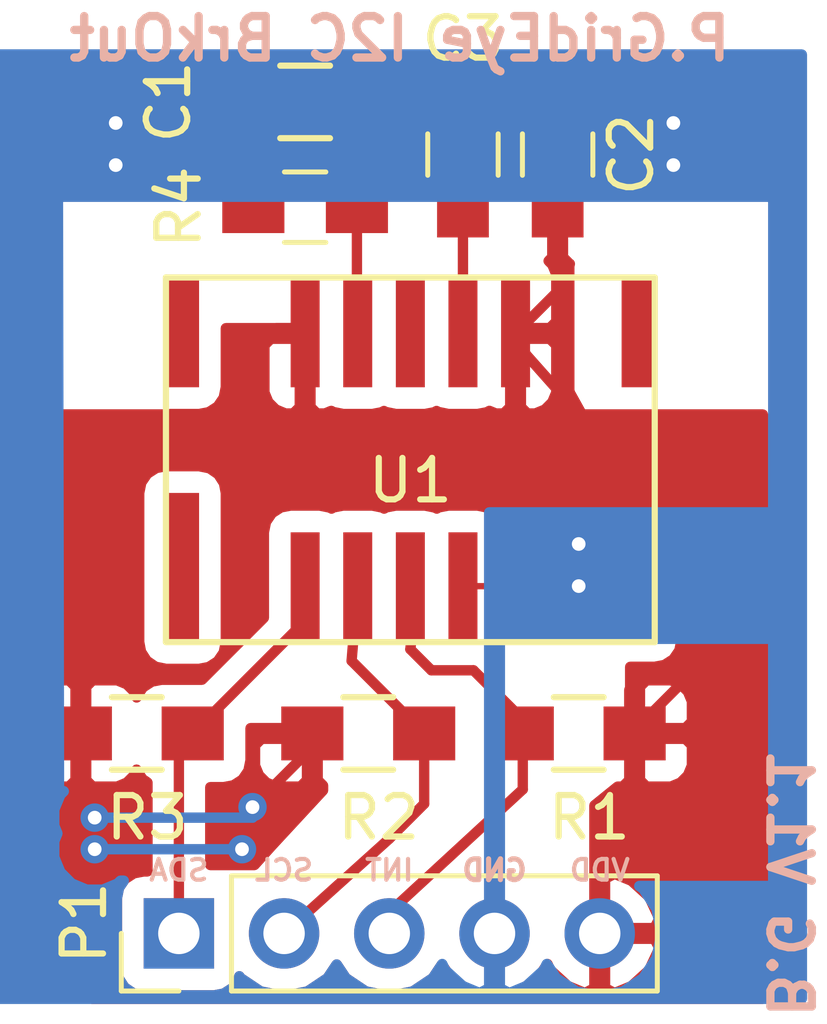
<source format=kicad_pcb>
(kicad_pcb (version 4) (host pcbnew 4.0.5)

  (general
    (links 20)
    (no_connects 0)
    (area 142.164999 98.984999 163.143001 127.159733)
    (thickness 1.6)
    (drawings 12)
    (tracks 67)
    (zones 0)
    (modules 9)
    (nets 9)
  )

  (page A4)
  (layers
    (0 F.Cu signal)
    (31 B.Cu signal hide)
    (34 B.Paste user hide)
    (35 F.Paste user hide)
    (36 B.SilkS user)
    (37 F.SilkS user hide)
    (38 B.Mask user hide)
    (39 F.Mask user hide)
    (44 Edge.Cuts user hide)
  )

  (setup
    (last_trace_width 0.1524)
    (trace_clearance 0.1524)
    (zone_clearance 0.508)
    (zone_45_only no)
    (trace_min 0.1524)
    (segment_width 0.2)
    (edge_width 0.15)
    (via_size 0.6858)
    (via_drill 0.3302)
    (via_min_size 0.6858)
    (via_min_drill 0.3302)
    (uvia_size 0.762)
    (uvia_drill 0.508)
    (uvias_allowed no)
    (uvia_min_size 0)
    (uvia_min_drill 0)
    (pcb_text_width 0.3)
    (pcb_text_size 1.5 1.5)
    (mod_edge_width 0.15)
    (mod_text_size 1 1)
    (mod_text_width 0.15)
    (pad_size 1.524 1.524)
    (pad_drill 0.762)
    (pad_to_mask_clearance 0.2)
    (aux_axis_origin 161.544 104.521)
    (visible_elements 7FFCD219)
    (pcbplotparams
      (layerselection 0x00030_80000001)
      (usegerberextensions false)
      (excludeedgelayer true)
      (linewidth 0.100000)
      (plotframeref false)
      (viasonmask false)
      (mode 1)
      (useauxorigin false)
      (hpglpennumber 1)
      (hpglpenspeed 20)
      (hpglpendiameter 15)
      (hpglpenoverlay 2)
      (psnegative false)
      (psa4output false)
      (plotreference true)
      (plotvalue true)
      (plotinvisibletext false)
      (padsonsilk false)
      (subtractmaskfromsilk false)
      (outputformat 1)
      (mirror false)
      (drillshape 1)
      (scaleselection 1)
      (outputdirectory ""))
  )

  (net 0 "")
  (net 1 "Net-(C1-Pad1)")
  (net 2 GND)
  (net 3 "Net-(C2-Pad1)")
  (net 4 "Net-(C2-Pad2)")
  (net 5 VDD)
  (net 6 INT)
  (net 7 SCL)
  (net 8 SDA)

  (net_class Default "This is the default net class."
    (clearance 0.1524)
    (trace_width 0.1524)
    (via_dia 0.6858)
    (via_drill 0.3302)
    (uvia_dia 0.762)
    (uvia_drill 0.508)
    (add_net GND)
    (add_net INT)
    (add_net "Net-(C1-Pad1)")
    (add_net "Net-(C2-Pad1)")
    (add_net "Net-(C2-Pad2)")
    (add_net SCL)
    (add_net SDA)
    (add_net VDD)
  )

  (net_class OSH_PARK ""
    (clearance 0.1524)
    (trace_width 0.1524)
    (via_dia 0.6858)
    (via_drill 0.3302)
    (uvia_dia 0.762)
    (uvia_drill 0.508)
  )

  (module Capacitors_SMD:C_0805_HandSoldering (layer F.Cu) (tedit 5894136C) (tstamp 58917450)
    (at 150.368 104.648 180)
    (descr "Capacitor SMD 0805, hand soldering")
    (tags "capacitor 0805")
    (path /588EBF47)
    (attr smd)
    (fp_text reference C1 (at 3.302 2.54 450) (layer F.SilkS)
      (effects (font (size 1 1) (thickness 0.15)))
    )
    (fp_text value 1.5uF (at 0 2.1 180) (layer F.Fab)
      (effects (font (size 1 1) (thickness 0.15)))
    )
    (fp_line (start -1 0.625) (end -1 -0.625) (layer F.Fab) (width 0.1))
    (fp_line (start 1 0.625) (end -1 0.625) (layer F.Fab) (width 0.1))
    (fp_line (start 1 -0.625) (end 1 0.625) (layer F.Fab) (width 0.1))
    (fp_line (start -1 -0.625) (end 1 -0.625) (layer F.Fab) (width 0.1))
    (fp_line (start -2.3 -1) (end 2.3 -1) (layer F.CrtYd) (width 0.05))
    (fp_line (start -2.3 1) (end 2.3 1) (layer F.CrtYd) (width 0.05))
    (fp_line (start -2.3 -1) (end -2.3 1) (layer F.CrtYd) (width 0.05))
    (fp_line (start 2.3 -1) (end 2.3 1) (layer F.CrtYd) (width 0.05))
    (fp_line (start 0.5 -0.85) (end -0.5 -0.85) (layer F.SilkS) (width 0.12))
    (fp_line (start -0.5 0.85) (end 0.5 0.85) (layer F.SilkS) (width 0.12))
    (pad 1 smd rect (at -1.25 0 180) (size 1.5 1.25) (layers F.Cu F.Paste F.Mask)
      (net 1 "Net-(C1-Pad1)"))
    (pad 2 smd rect (at 1.25 0 180) (size 1.5 1.25) (layers F.Cu F.Paste F.Mask)
      (net 2 GND))
    (model Capacitors_SMD.3dshapes/C_0805_HandSoldering.wrl
      (at (xyz 0 0 0))
      (scale (xyz 1 1 1))
      (rotate (xyz 0 0 0))
    )
  )

  (module Capacitors_SMD:C_0805_HandSoldering (layer F.Cu) (tedit 58941349) (tstamp 58917460)
    (at 154.178 103.378 90)
    (descr "Capacitor SMD 0805, hand soldering")
    (tags "capacitor 0805")
    (path /588EB4F3)
    (attr smd)
    (fp_text reference C2 (at 0 4.064 270) (layer F.SilkS)
      (effects (font (size 1 1) (thickness 0.15)))
    )
    (fp_text value 1uF (at 0 2.1 90) (layer F.Fab)
      (effects (font (size 1 1) (thickness 0.15)))
    )
    (fp_line (start -1 0.625) (end -1 -0.625) (layer F.Fab) (width 0.1))
    (fp_line (start 1 0.625) (end -1 0.625) (layer F.Fab) (width 0.1))
    (fp_line (start 1 -0.625) (end 1 0.625) (layer F.Fab) (width 0.1))
    (fp_line (start -1 -0.625) (end 1 -0.625) (layer F.Fab) (width 0.1))
    (fp_line (start -2.3 -1) (end 2.3 -1) (layer F.CrtYd) (width 0.05))
    (fp_line (start -2.3 1) (end 2.3 1) (layer F.CrtYd) (width 0.05))
    (fp_line (start -2.3 -1) (end -2.3 1) (layer F.CrtYd) (width 0.05))
    (fp_line (start 2.3 -1) (end 2.3 1) (layer F.CrtYd) (width 0.05))
    (fp_line (start 0.5 -0.85) (end -0.5 -0.85) (layer F.SilkS) (width 0.12))
    (fp_line (start -0.5 0.85) (end 0.5 0.85) (layer F.SilkS) (width 0.12))
    (pad 1 smd rect (at -1.25 0 90) (size 1.5 1.25) (layers F.Cu F.Paste F.Mask)
      (net 3 "Net-(C2-Pad1)"))
    (pad 2 smd rect (at 1.25 0 90) (size 1.5 1.25) (layers F.Cu F.Paste F.Mask)
      (net 4 "Net-(C2-Pad2)"))
    (model Capacitors_SMD.3dshapes/C_0805_HandSoldering.wrl
      (at (xyz 0 0 0))
      (scale (xyz 1 1 1))
      (rotate (xyz 0 0 0))
    )
  )

  (module Capacitors_SMD:C_0805_HandSoldering (layer F.Cu) (tedit 5895495E) (tstamp 58917470)
    (at 156.464 103.378 90)
    (descr "Capacitor SMD 0805, hand soldering")
    (tags "capacitor 0805")
    (path /588EC4A4)
    (attr smd)
    (fp_text reference C3 (at 2.794 -2.286 180) (layer F.SilkS)
      (effects (font (size 1 1) (thickness 0.15)))
    )
    (fp_text value 10uF (at 0 2.1 90) (layer F.Fab)
      (effects (font (size 1 1) (thickness 0.15)))
    )
    (fp_line (start -1 0.625) (end -1 -0.625) (layer F.Fab) (width 0.1))
    (fp_line (start 1 0.625) (end -1 0.625) (layer F.Fab) (width 0.1))
    (fp_line (start 1 -0.625) (end 1 0.625) (layer F.Fab) (width 0.1))
    (fp_line (start -1 -0.625) (end 1 -0.625) (layer F.Fab) (width 0.1))
    (fp_line (start -2.3 -1) (end 2.3 -1) (layer F.CrtYd) (width 0.05))
    (fp_line (start -2.3 1) (end 2.3 1) (layer F.CrtYd) (width 0.05))
    (fp_line (start -2.3 -1) (end -2.3 1) (layer F.CrtYd) (width 0.05))
    (fp_line (start 2.3 -1) (end 2.3 1) (layer F.CrtYd) (width 0.05))
    (fp_line (start 0.5 -0.85) (end -0.5 -0.85) (layer F.SilkS) (width 0.12))
    (fp_line (start -0.5 0.85) (end 0.5 0.85) (layer F.SilkS) (width 0.12))
    (pad 1 smd rect (at -1.25 0 90) (size 1.5 1.25) (layers F.Cu F.Paste F.Mask)
      (net 5 VDD))
    (pad 2 smd rect (at 1.25 0 90) (size 1.5 1.25) (layers F.Cu F.Paste F.Mask)
      (net 2 GND))
    (model Capacitors_SMD.3dshapes/C_0805_HandSoldering.wrl
      (at (xyz 0 0 0))
      (scale (xyz 1 1 1))
      (rotate (xyz 0 0 0))
    )
  )

  (module Pin_Headers:Pin_Header_Straight_1x05_Pitch2.54mm (layer F.Cu) (tedit 58941315) (tstamp 58917487)
    (at 147.32 122.174 90)
    (descr "Through hole straight pin header, 1x05, 2.54mm pitch, single row")
    (tags "Through hole pin header THT 1x05 2.54mm single row")
    (path /588F05A1)
    (fp_text reference P1 (at 0.254 -2.286 90) (layer F.SilkS)
      (effects (font (size 1 1) (thickness 0.15)))
    )
    (fp_text value CONN_01X05 (at 0 12.55 90) (layer F.Fab)
      (effects (font (size 1 1) (thickness 0.15)))
    )
    (fp_line (start -1.27 -1.27) (end -1.27 11.43) (layer F.Fab) (width 0.1))
    (fp_line (start -1.27 11.43) (end 1.27 11.43) (layer F.Fab) (width 0.1))
    (fp_line (start 1.27 11.43) (end 1.27 -1.27) (layer F.Fab) (width 0.1))
    (fp_line (start 1.27 -1.27) (end -1.27 -1.27) (layer F.Fab) (width 0.1))
    (fp_line (start -1.39 1.27) (end -1.39 11.55) (layer F.SilkS) (width 0.12))
    (fp_line (start -1.39 11.55) (end 1.39 11.55) (layer F.SilkS) (width 0.12))
    (fp_line (start 1.39 11.55) (end 1.39 1.27) (layer F.SilkS) (width 0.12))
    (fp_line (start 1.39 1.27) (end -1.39 1.27) (layer F.SilkS) (width 0.12))
    (fp_line (start -1.39 0) (end -1.39 -1.39) (layer F.SilkS) (width 0.12))
    (fp_line (start -1.39 -1.39) (end 0 -1.39) (layer F.SilkS) (width 0.12))
    (fp_line (start -1.6 -1.6) (end -1.6 11.7) (layer F.CrtYd) (width 0.05))
    (fp_line (start -1.6 11.7) (end 1.6 11.7) (layer F.CrtYd) (width 0.05))
    (fp_line (start 1.6 11.7) (end 1.6 -1.6) (layer F.CrtYd) (width 0.05))
    (fp_line (start 1.6 -1.6) (end -1.6 -1.6) (layer F.CrtYd) (width 0.05))
    (pad 1 thru_hole rect (at 0 0 90) (size 1.7 1.7) (drill 1) (layers *.Cu *.Mask)
      (net 8 SDA))
    (pad 2 thru_hole oval (at 0 2.54 90) (size 1.7 1.7) (drill 1) (layers *.Cu *.Mask)
      (net 7 SCL))
    (pad 3 thru_hole oval (at 0 5.08 90) (size 1.7 1.7) (drill 1) (layers *.Cu *.Mask)
      (net 6 INT))
    (pad 4 thru_hole oval (at 0 7.62 90) (size 1.7 1.7) (drill 1) (layers *.Cu *.Mask)
      (net 2 GND))
    (pad 5 thru_hole oval (at 0 10.16 90) (size 1.7 1.7) (drill 1) (layers *.Cu *.Mask)
      (net 5 VDD))
    (model Pin_Headers.3dshapes/Pin_Header_Straight_1x05_Pitch2.54mm.wrl
      (at (xyz 0 -0.2 0))
      (scale (xyz 1 1 1))
      (rotate (xyz 0 0 90))
    )
  )

  (module Resistors_SMD:R_0805_HandSoldering (layer F.Cu) (tedit 5894138F) (tstamp 58917497)
    (at 156.972 117.348 180)
    (descr "Resistor SMD 0805, hand soldering")
    (tags "resistor 0805")
    (path /588EB428)
    (attr smd)
    (fp_text reference R1 (at -0.254 -2.032 180) (layer F.SilkS)
      (effects (font (size 1 1) (thickness 0.15)))
    )
    (fp_text value 10K (at 0 2.1 180) (layer F.Fab)
      (effects (font (size 1 1) (thickness 0.15)))
    )
    (fp_line (start -1 0.625) (end -1 -0.625) (layer F.Fab) (width 0.1))
    (fp_line (start 1 0.625) (end -1 0.625) (layer F.Fab) (width 0.1))
    (fp_line (start 1 -0.625) (end 1 0.625) (layer F.Fab) (width 0.1))
    (fp_line (start -1 -0.625) (end 1 -0.625) (layer F.Fab) (width 0.1))
    (fp_line (start -2.4 -1) (end 2.4 -1) (layer F.CrtYd) (width 0.05))
    (fp_line (start -2.4 1) (end 2.4 1) (layer F.CrtYd) (width 0.05))
    (fp_line (start -2.4 -1) (end -2.4 1) (layer F.CrtYd) (width 0.05))
    (fp_line (start 2.4 -1) (end 2.4 1) (layer F.CrtYd) (width 0.05))
    (fp_line (start 0.6 0.875) (end -0.6 0.875) (layer F.SilkS) (width 0.15))
    (fp_line (start -0.6 -0.875) (end 0.6 -0.875) (layer F.SilkS) (width 0.15))
    (pad 1 smd rect (at -1.35 0 180) (size 1.5 1.3) (layers F.Cu F.Paste F.Mask)
      (net 5 VDD))
    (pad 2 smd rect (at 1.35 0 180) (size 1.5 1.3) (layers F.Cu F.Paste F.Mask)
      (net 6 INT))
    (model Resistors_SMD.3dshapes/R_0805_HandSoldering.wrl
      (at (xyz 0 0 0))
      (scale (xyz 1 1 1))
      (rotate (xyz 0 0 0))
    )
  )

  (module Resistors_SMD:R_0805_HandSoldering (layer F.Cu) (tedit 5894138C) (tstamp 589174A7)
    (at 151.892 117.348)
    (descr "Resistor SMD 0805, hand soldering")
    (tags "resistor 0805")
    (path /588EB478)
    (attr smd)
    (fp_text reference R2 (at 0.254 2.032) (layer F.SilkS)
      (effects (font (size 1 1) (thickness 0.15)))
    )
    (fp_text value 10K (at 0 2.1) (layer F.Fab)
      (effects (font (size 1 1) (thickness 0.15)))
    )
    (fp_line (start -1 0.625) (end -1 -0.625) (layer F.Fab) (width 0.1))
    (fp_line (start 1 0.625) (end -1 0.625) (layer F.Fab) (width 0.1))
    (fp_line (start 1 -0.625) (end 1 0.625) (layer F.Fab) (width 0.1))
    (fp_line (start -1 -0.625) (end 1 -0.625) (layer F.Fab) (width 0.1))
    (fp_line (start -2.4 -1) (end 2.4 -1) (layer F.CrtYd) (width 0.05))
    (fp_line (start -2.4 1) (end 2.4 1) (layer F.CrtYd) (width 0.05))
    (fp_line (start -2.4 -1) (end -2.4 1) (layer F.CrtYd) (width 0.05))
    (fp_line (start 2.4 -1) (end 2.4 1) (layer F.CrtYd) (width 0.05))
    (fp_line (start 0.6 0.875) (end -0.6 0.875) (layer F.SilkS) (width 0.15))
    (fp_line (start -0.6 -0.875) (end 0.6 -0.875) (layer F.SilkS) (width 0.15))
    (pad 1 smd rect (at -1.35 0) (size 1.5 1.3) (layers F.Cu F.Paste F.Mask)
      (net 5 VDD))
    (pad 2 smd rect (at 1.35 0) (size 1.5 1.3) (layers F.Cu F.Paste F.Mask)
      (net 7 SCL))
    (model Resistors_SMD.3dshapes/R_0805_HandSoldering.wrl
      (at (xyz 0 0 0))
      (scale (xyz 1 1 1))
      (rotate (xyz 0 0 0))
    )
  )

  (module Resistors_SMD:R_0805_HandSoldering (layer F.Cu) (tedit 58941392) (tstamp 589174B7)
    (at 146.304 117.348)
    (descr "Resistor SMD 0805, hand soldering")
    (tags "resistor 0805")
    (path /588EB459)
    (attr smd)
    (fp_text reference R3 (at 0.254 2.032) (layer F.SilkS)
      (effects (font (size 1 1) (thickness 0.15)))
    )
    (fp_text value 10K (at 0 2.1) (layer F.Fab)
      (effects (font (size 1 1) (thickness 0.15)))
    )
    (fp_line (start -1 0.625) (end -1 -0.625) (layer F.Fab) (width 0.1))
    (fp_line (start 1 0.625) (end -1 0.625) (layer F.Fab) (width 0.1))
    (fp_line (start 1 -0.625) (end 1 0.625) (layer F.Fab) (width 0.1))
    (fp_line (start -1 -0.625) (end 1 -0.625) (layer F.Fab) (width 0.1))
    (fp_line (start -2.4 -1) (end 2.4 -1) (layer F.CrtYd) (width 0.05))
    (fp_line (start -2.4 1) (end 2.4 1) (layer F.CrtYd) (width 0.05))
    (fp_line (start -2.4 -1) (end -2.4 1) (layer F.CrtYd) (width 0.05))
    (fp_line (start 2.4 -1) (end 2.4 1) (layer F.CrtYd) (width 0.05))
    (fp_line (start 0.6 0.875) (end -0.6 0.875) (layer F.SilkS) (width 0.15))
    (fp_line (start -0.6 -0.875) (end 0.6 -0.875) (layer F.SilkS) (width 0.15))
    (pad 1 smd rect (at -1.35 0) (size 1.5 1.3) (layers F.Cu F.Paste F.Mask)
      (net 5 VDD))
    (pad 2 smd rect (at 1.35 0) (size 1.5 1.3) (layers F.Cu F.Paste F.Mask)
      (net 8 SDA))
    (model Resistors_SMD.3dshapes/R_0805_HandSoldering.wrl
      (at (xyz 0 0 0))
      (scale (xyz 1 1 1))
      (rotate (xyz 0 0 0))
    )
  )

  (module Resistors_SMD:R_0805_HandSoldering (layer F.Cu) (tedit 58941328) (tstamp 589174C7)
    (at 150.368 102.108 180)
    (descr "Resistor SMD 0805, hand soldering")
    (tags "resistor 0805")
    (path /588EB5AB)
    (attr smd)
    (fp_text reference R4 (at 3.048 -2.54 270) (layer F.SilkS)
      (effects (font (size 1 1) (thickness 0.15)))
    )
    (fp_text value 10 (at 0 2.1 180) (layer F.Fab)
      (effects (font (size 1 1) (thickness 0.15)))
    )
    (fp_line (start -1 0.625) (end -1 -0.625) (layer F.Fab) (width 0.1))
    (fp_line (start 1 0.625) (end -1 0.625) (layer F.Fab) (width 0.1))
    (fp_line (start 1 -0.625) (end 1 0.625) (layer F.Fab) (width 0.1))
    (fp_line (start -1 -0.625) (end 1 -0.625) (layer F.Fab) (width 0.1))
    (fp_line (start -2.4 -1) (end 2.4 -1) (layer F.CrtYd) (width 0.05))
    (fp_line (start -2.4 1) (end 2.4 1) (layer F.CrtYd) (width 0.05))
    (fp_line (start -2.4 -1) (end -2.4 1) (layer F.CrtYd) (width 0.05))
    (fp_line (start 2.4 -1) (end 2.4 1) (layer F.CrtYd) (width 0.05))
    (fp_line (start 0.6 0.875) (end -0.6 0.875) (layer F.SilkS) (width 0.15))
    (fp_line (start -0.6 -0.875) (end 0.6 -0.875) (layer F.SilkS) (width 0.15))
    (pad 1 smd rect (at -1.35 0 180) (size 1.5 1.3) (layers F.Cu F.Paste F.Mask)
      (net 4 "Net-(C2-Pad2)"))
    (pad 2 smd rect (at 1.35 0 180) (size 1.5 1.3) (layers F.Cu F.Paste F.Mask)
      (net 2 GND))
    (model Resistors_SMD.3dshapes/R_0805_HandSoldering.wrl
      (at (xyz 0 0 0))
      (scale (xyz 1 1 1))
      (rotate (xyz 0 0 0))
    )
  )

  (module Panasonic_GridEye:AMG8851 (layer F.Cu) (tedit 57049242) (tstamp 589174DD)
    (at 152.908 110.744)
    (path /588EB397)
    (fp_text reference U1 (at 0 0.5) (layer F.SilkS)
      (effects (font (size 1 1) (thickness 0.15)))
    )
    (fp_text value GridEye (at 0 -0.5) (layer F.Fab)
      (effects (font (size 1 1) (thickness 0.15)))
    )
    (fp_line (start 5.9 -4.4) (end 5.9 4.4) (layer F.SilkS) (width 0.15))
    (fp_line (start 5.9 4.4) (end -5.9 4.4) (layer F.SilkS) (width 0.15))
    (fp_line (start -5.9 4.4) (end -5.9 -4.4) (layer F.SilkS) (width 0.15))
    (fp_line (start -5.9 -4.4) (end 5.9 -4.4) (layer F.SilkS) (width 0.15))
    (pad 9 smd rect (at 2.54 -3.05) (size 0.7 2.6) (layers F.Cu F.Paste F.Mask)
      (net 5 VDD))
    (pad 10 smd rect (at 1.27 -3.05) (size 0.7 2.6) (layers F.Cu F.Paste F.Mask)
      (net 3 "Net-(C2-Pad1)"))
    (pad 11 smd rect (at 0 -3.05) (size 0.7 2.6) (layers F.Cu F.Paste F.Mask))
    (pad 12 smd rect (at -1.27 -3.05) (size 0.7 2.6) (layers F.Cu F.Paste F.Mask)
      (net 1 "Net-(C1-Pad1)"))
    (pad 13 smd rect (at -2.54 -3.05) (size 0.7 2.6) (layers F.Cu F.Paste F.Mask)
      (net 5 VDD))
    (pad 1 smd rect (at -5.5 2.6) (size 0.8 3.6) (layers F.Cu F.Paste F.Mask))
    (pad 14 smd rect (at -5.5 -3.05) (size 0.8 2.6) (layers F.Cu F.Paste F.Mask))
    (pad 8 smd rect (at 5.5 -3.05) (size 0.8 2.6) (layers F.Cu F.Paste F.Mask))
    (pad 7 smd rect (at 5.5 3.05) (size 0.8 2.6) (layers F.Cu F.Paste F.Mask))
    (pad 2 smd rect (at -2.54 3.05) (size 0.7 2.6) (layers F.Cu F.Paste F.Mask)
      (net 8 SDA))
    (pad 3 smd rect (at -1.27 3.05) (size 0.7 2.6) (layers F.Cu F.Paste F.Mask)
      (net 7 SCL))
    (pad 4 smd rect (at 0 3.05) (size 0.7 2.6) (layers F.Cu F.Paste F.Mask)
      (net 6 INT))
    (pad 5 smd rect (at 1.27 3.05) (size 0.7 2.6) (layers F.Cu F.Paste F.Mask)
      (net 2 GND))
    (pad 6 smd rect (at 2.54 3.05) (size 0.7 2.6) (layers F.Cu F.Paste F.Mask)
      (net 2 GND))
  )

  (gr_text B.G (at 162.052 122.936 270) (layer B.SilkS)
    (effects (font (size 1 1) (thickness 0.2)) (justify mirror))
  )
  (gr_text "P.GridEye I2C BrkOut" (at 152.654 100.584) (layer B.SilkS)
    (effects (font (size 1 1) (thickness 0.2)) (justify mirror))
  )
  (gr_text V1.1 (at 162.052 119.38 270) (layer B.SilkS)
    (effects (font (size 1 1) (thickness 0.2)) (justify mirror))
  )
  (gr_text VDD (at 157.48 120.65) (layer B.SilkS)
    (effects (font (size 0.5 0.5) (thickness 0.1)) (justify mirror))
  )
  (gr_text GND (at 154.94 120.65) (layer B.SilkS)
    (effects (font (size 0.5 0.5) (thickness 0.125)) (justify mirror))
  )
  (gr_text INT (at 152.4 120.65) (layer B.SilkS)
    (effects (font (size 0.5 0.5) (thickness 0.1)) (justify mirror))
  )
  (gr_text SCL (at 149.86 120.65) (layer B.SilkS)
    (effects (font (size 0.5 0.5) (thickness 0.1)) (justify mirror))
  )
  (gr_text SDA (at 147.32 120.65) (layer B.SilkS)
    (effects (font (size 0.5 0.5) (thickness 0.1)) (justify mirror))
  )
  (gr_line (start 163.068 124.46) (end 142.24 124.46) (angle 90) (layer Edge.Cuts) (width 0.15))
  (gr_line (start 163.068 99.06) (end 163.068 124.46) (angle 90) (layer Edge.Cuts) (width 0.15))
  (gr_line (start 142.24 99.06) (end 163.068 99.06) (angle 90) (layer Edge.Cuts) (width 0.15))
  (gr_line (start 142.24 124.46) (end 142.24 99.06) (angle 90) (layer Edge.Cuts) (width 0.15))

  (segment (start 151.618 104.648) (end 151.618 107.674) (width 0.25) (layer F.Cu) (net 1) (status 20))
  (segment (start 151.618 107.674) (end 151.638 107.694) (width 0.25) (layer F.Cu) (net 1) (tstamp 58941023) (status 30))
  (segment (start 155.448 113.794) (end 154.178 113.794) (width 0.1524) (layer F.Cu) (net 2) (status 30))
  (via (at 145.796 103.632) (size 0.6858) (drill 0.3302) (layers F.Cu B.Cu) (net 2))
  (segment (start 149.018 102.108) (end 147.32 102.108) (width 0.1524) (layer F.Cu) (net 2) (tstamp 58940FF9) (status 10))
  (segment (start 147.32 102.108) (end 145.796 103.632) (width 0.1524) (layer F.Cu) (net 2) (tstamp 58940FF8))
  (via (at 159.258 103.632) (size 0.6858) (drill 0.3302) (layers F.Cu B.Cu) (net 2))
  (segment (start 157.988 102.128) (end 157.988 102.362) (width 0.1524) (layer F.Cu) (net 2) (tstamp 58940FEA))
  (segment (start 157.988 102.362) (end 159.258 103.632) (width 0.1524) (layer F.Cu) (net 2) (tstamp 58940FE9))
  (via (at 156.972 112.776) (size 0.6858) (drill 0.3302) (layers F.Cu B.Cu) (net 2))
  (segment (start 155.448 113.794) (end 155.954 113.794) (width 0.1524) (layer F.Cu) (net 2) (tstamp 58940FE5) (status 10))
  (segment (start 155.954 113.794) (end 156.972 112.776) (width 0.1524) (layer F.Cu) (net 2) (tstamp 58940FE4))
  (via (at 156.972 113.792) (size 0.6858) (drill 0.3302) (layers F.Cu B.Cu) (net 2))
  (segment (start 155.448 113.794) (end 156.97 113.794) (width 0.1524) (layer F.Cu) (net 2) (tstamp 58940FDF) (status 10))
  (segment (start 156.97 113.794) (end 156.972 113.792) (width 0.1524) (layer F.Cu) (net 2) (tstamp 58940FDE))
  (via (at 145.796 102.616) (size 0.6858) (drill 0.3302) (layers F.Cu B.Cu) (net 2))
  (segment (start 149.018 102.108) (end 146.304 102.108) (width 0.1524) (layer F.Cu) (net 2) (tstamp 58940FB7) (status 10))
  (segment (start 146.304 102.108) (end 145.796 102.616) (width 0.1524) (layer F.Cu) (net 2) (tstamp 58940FB6))
  (via (at 159.258 102.616) (size 0.6858) (drill 0.3302) (layers F.Cu B.Cu) (net 2))
  (segment (start 156.464 102.128) (end 157.988 102.128) (width 0.1524) (layer F.Cu) (net 2) (tstamp 58940FAD) (status 10))
  (segment (start 157.988 102.128) (end 158.77 102.128) (width 0.1524) (layer F.Cu) (net 2) (tstamp 58940FED))
  (segment (start 158.77 102.128) (end 159.258 102.616) (width 0.1524) (layer F.Cu) (net 2) (tstamp 58940FAC))
  (segment (start 149.118 104.648) (end 149.118 102.208) (width 0.1524) (layer F.Cu) (net 2) (status 30))
  (segment (start 149.118 102.208) (end 149.018 102.108) (width 0.1524) (layer F.Cu) (net 2) (tstamp 58940FA6) (status 30))
  (segment (start 154.178 107.694) (end 154.178 104.628) (width 0.25) (layer F.Cu) (net 3) (status 10))
  (segment (start 154.178 102.128) (end 151.738 102.128) (width 0.25) (layer F.Cu) (net 4) (status 30))
  (segment (start 151.738 102.128) (end 151.718 102.108) (width 0.25) (layer F.Cu) (net 4) (tstamp 58940FBA) (status 30))
  (via (at 145.288 120.142) (size 0.6858) (drill 0.3302) (layers F.Cu B.Cu) (net 5))
  (segment (start 150.542 117.348) (end 150.542 118.444) (width 0.25) (layer F.Cu) (net 5) (tstamp 58941285) (status 10))
  (segment (start 148.844 120.142) (end 150.542 118.444) (width 0.25) (layer F.Cu) (net 5) (tstamp 58941284))
  (via (at 148.844 120.142) (size 0.6858) (drill 0.3302) (layers F.Cu B.Cu) (net 5))
  (segment (start 148.844 120.142) (end 145.288 120.142) (width 0.25) (layer B.Cu) (net 5) (tstamp 5894127E))
  (via (at 145.288 119.38) (size 0.6858) (drill 0.3302) (layers F.Cu B.Cu) (net 5))
  (segment (start 150.542 117.682) (end 149.098 119.126) (width 0.25) (layer F.Cu) (net 5) (tstamp 58941226) (status 10))
  (via (at 149.098 119.126) (size 0.6858) (drill 0.3302) (layers F.Cu B.Cu) (net 5))
  (segment (start 149.098 119.38) (end 149.098 119.126) (width 0.25) (layer B.Cu) (net 5) (tstamp 5894121D))
  (segment (start 149.098 119.38) (end 145.288 119.38) (width 0.25) (layer B.Cu) (net 5) (tstamp 5894121C))
  (segment (start 150.542 117.682) (end 150.542 117.348) (width 0.25) (layer F.Cu) (net 5) (tstamp 58941227) (status 30))
  (segment (start 157.734 110.49) (end 151.384 110.49) (width 0.25) (layer F.Cu) (net 5))
  (segment (start 150.368 109.474) (end 150.368 107.694) (width 0.25) (layer F.Cu) (net 5) (tstamp 58940FCE) (status 20))
  (segment (start 151.384 110.49) (end 150.368 109.474) (width 0.25) (layer F.Cu) (net 5) (tstamp 58940FCC))
  (segment (start 158.322 117.348) (end 158.322 117.268) (width 0.25) (layer F.Cu) (net 5) (status 30))
  (segment (start 158.322 117.268) (end 160.274 115.316) (width 0.25) (layer F.Cu) (net 5) (tstamp 58940FC3) (status 10))
  (segment (start 160.274 115.316) (end 160.274 111.252) (width 0.25) (layer F.Cu) (net 5) (tstamp 58940FC4))
  (segment (start 160.274 111.252) (end 159.766 110.49) (width 0.25) (layer F.Cu) (net 5) (tstamp 58940FC6))
  (segment (start 159.766 110.49) (end 157.734 110.49) (width 0.25) (layer F.Cu) (net 5) (tstamp 58940FC7))
  (segment (start 157.734 110.49) (end 155.702 108.204) (width 0.25) (layer F.Cu) (net 5) (tstamp 58940FC8) (status 20))
  (segment (start 155.702 108.204) (end 155.448 107.694) (width 0.25) (layer F.Cu) (net 5) (tstamp 58940FCB) (status 30))
  (segment (start 155.448 107.694) (end 155.45 107.694) (width 0.25) (layer F.Cu) (net 5) (status 30))
  (segment (start 155.45 107.694) (end 156.464 106.68) (width 0.25) (layer F.Cu) (net 5) (tstamp 58940FBF) (status 10))
  (segment (start 156.464 106.68) (end 156.464 104.628) (width 0.25) (layer F.Cu) (net 5) (tstamp 58940FC0) (status 20))
  (segment (start 152.4 122.174) (end 152.4 121.666) (width 0.25) (layer F.Cu) (net 6) (status 30))
  (segment (start 152.4 121.666) (end 155.622 118.698) (width 0.25) (layer F.Cu) (net 6) (tstamp 589182D7) (status 10))
  (segment (start 155.622 118.698) (end 155.622 117.014) (width 0.25) (layer F.Cu) (net 6) (tstamp 589182D8) (status 20))
  (segment (start 155.622 117.014) (end 154.432 115.824) (width 0.25) (layer F.Cu) (net 6) (tstamp 589182DA) (status 10))
  (segment (start 154.432 115.824) (end 153.416 115.824) (width 0.25) (layer F.Cu) (net 6) (tstamp 589182DC))
  (segment (start 153.416 115.824) (end 152.908 115.316) (width 0.25) (layer F.Cu) (net 6) (tstamp 589182DE))
  (segment (start 152.908 115.316) (end 153.055999 113.941999) (width 0.25) (layer F.Cu) (net 6) (tstamp 589182DF) (status 20))
  (segment (start 153.055999 113.941999) (end 152.908 113.794) (width 0.25) (layer F.Cu) (net 6) (tstamp 589182E0) (status 30))
  (segment (start 151.638 113.794) (end 151.490001 115.596001) (width 0.25) (layer F.Cu) (net 7) (status 10))
  (segment (start 151.490001 115.596001) (end 153.242 117.348) (width 0.25) (layer F.Cu) (net 7) (tstamp 589182CF) (status 20))
  (segment (start 153.242 117.348) (end 153.242 119.046) (width 0.25) (layer F.Cu) (net 7) (tstamp 589182D1) (status 10))
  (segment (start 153.242 119.046) (end 152.4 119.888) (width 0.25) (layer F.Cu) (net 7) (tstamp 589182D2))
  (segment (start 152.4 119.888) (end 149.86 122.174) (width 0.25) (layer F.Cu) (net 7) (tstamp 589182D4) (status 20))
  (segment (start 150.368 113.794) (end 150.220001 114.781999) (width 0.25) (layer F.Cu) (net 8) (status 30))
  (segment (start 150.220001 114.781999) (end 147.32 117.682) (width 0.25) (layer F.Cu) (net 8) (tstamp 58918258) (status 10))
  (segment (start 147.32 117.682) (end 147.32 122.047) (width 0.25) (layer F.Cu) (net 8) (tstamp 5891825A) (status 30))

  (zone (net 2) (net_name GND) (layer B.Cu) (tstamp 589182B5) (hatch edge 0.508)
    (connect_pads (clearance 0.508))
    (min_thickness 0.254)
    (fill yes (arc_segments 16) (thermal_gap 0.508) (thermal_bridge_width 0.508))
    (polygon
      (pts
        (xy 162.4965 124.1425) (xy 142.875 123.952) (xy 142.875 100.838) (xy 162.4965 100.838)
      )
    )
    (polygon
      (pts        (xy 155.194 115.189) (xy 155.194 120.904) (xy 161.544 120.904) (xy 161.544 115.189)
      )
    )
    (polygon
      (pts        (xy 144.526 104.521) (xy 144.5514 118.618) (xy 150.9776 118.618) (xy 151.003 120.904) (xy 154.686 120.904)
        (xy 154.686 111.887) (xy 161.544 111.887) (xy 161.544 104.521)
      )
    )
    (filled_polygon
      (pts
        (xy 162.358 123.75) (xy 143.002 123.75) (xy 143.002 119.573663) (xy 144.309931 119.573663) (xy 144.387344 119.761016)
        (xy 144.31027 119.94663) (xy 144.309931 120.335663) (xy 144.458493 120.695212) (xy 144.733341 120.97054) (xy 145.09263 121.11973)
        (xy 145.481663 121.120069) (xy 145.841212 120.971507) (xy 145.91084 120.902) (xy 145.9898 120.902) (xy 145.873569 121.07211)
        (xy 145.82256 121.324) (xy 145.82256 123.024) (xy 145.866838 123.259317) (xy 146.00591 123.475441) (xy 146.21811 123.620431)
        (xy 146.47 123.67144) (xy 148.17 123.67144) (xy 148.405317 123.627162) (xy 148.621441 123.48809) (xy 148.766431 123.27589)
        (xy 148.780086 123.208459) (xy 148.809946 123.253147) (xy 149.291715 123.575054) (xy 149.86 123.688093) (xy 150.428285 123.575054)
        (xy 150.910054 123.253147) (xy 151.13 122.923974) (xy 151.349946 123.253147) (xy 151.831715 123.575054) (xy 152.4 123.688093)
        (xy 152.968285 123.575054) (xy 153.450054 123.253147) (xy 153.677702 122.912447) (xy 153.744817 123.055358) (xy 154.173076 123.445645)
        (xy 154.58311 123.615476) (xy 154.813 123.494155) (xy 154.813 122.301) (xy 154.793 122.301) (xy 154.793 122.047)
        (xy 154.813 122.047) (xy 154.813 115.189) (xy 155.067 115.189) (xy 155.067 122.047) (xy 155.087 122.047)
        (xy 155.087 122.301) (xy 155.067 122.301) (xy 155.067 123.494155) (xy 155.29689 123.615476) (xy 155.706924 123.445645)
        (xy 156.135183 123.055358) (xy 156.202298 122.912447) (xy 156.429946 123.253147) (xy 156.911715 123.575054) (xy 157.48 123.688093)
        (xy 158.048285 123.575054) (xy 158.530054 123.253147) (xy 158.851961 122.771378) (xy 158.965 122.203093) (xy 158.965 122.144907)
        (xy 158.851961 121.576622) (xy 158.530054 121.094853) (xy 158.434491 121.031) (xy 161.544 121.031) (xy 161.59341 121.020994)
        (xy 161.635035 120.992553) (xy 161.662315 120.950159) (xy 161.671 120.904) (xy 161.671 115.189) (xy 161.660994 115.13959)
        (xy 161.632553 115.097965) (xy 161.590159 115.070685) (xy 161.544 115.062) (xy 155.194 115.062) (xy 155.14459 115.072006)
        (xy 155.102965 115.100447) (xy 155.075685 115.142841) (xy 155.067 115.189) (xy 154.813 115.189) (xy 154.813 112.014)
        (xy 161.544 112.014) (xy 161.59341 112.003994) (xy 161.635035 111.975553) (xy 161.662315 111.933159) (xy 161.671 111.887)
        (xy 161.671 104.521) (xy 161.660994 104.47159) (xy 161.632553 104.429965) (xy 161.590159 104.402685) (xy 161.544 104.394)
        (xy 144.526 104.394) (xy 144.47659 104.404006) (xy 144.434965 104.432447) (xy 144.407685 104.474841) (xy 144.399 104.521229)
        (xy 144.4244 118.618229) (xy 144.434495 118.667621) (xy 144.463011 118.709194) (xy 144.505454 118.736398) (xy 144.541751 118.743194)
        (xy 144.45946 118.825341) (xy 144.31027 119.18463) (xy 144.309931 119.573663) (xy 143.002 119.573663) (xy 143.002 100.965)
        (xy 162.358 100.965)
      )
    )
  )
  (zone (net 5) (net_name VDD) (layer F.Cu) (tstamp 589182BC) (hatch edge 0.508)
    (connect_pads (clearance 0.508))
    (min_thickness 0.254)
    (fill yes (arc_segments 16) (thermal_gap 0.508) (thermal_bridge_width 0.508))
    (polygon
      (pts
        (xy 157.9372 101.5492) (xy 158.6992 101.5492) (xy 159.1564 102.108) (xy 159.9184 102.108) (xy 159.966025 104.394)
        (xy 159.131 104.394) (xy 158.75 104.013) (xy 158.242 102.9208) (xy 157.48 102.9208) (xy 157.48 105.5624)
        (xy 156.8704 106.0704) (xy 156.8704 109.0676) (xy 157.1244 109.5248) (xy 159.6644 109.5248) (xy 159.6136 109.5248)
        (xy 161.544 109.5248) (xy 161.544 124.0028) (xy 145.288 124.0028) (xy 143.002 121.666) (xy 143.002 115.316)
        (xy 143.002 114.554) (xy 143.002 109.5248) (xy 147.066 109.5248) (xy 146.6088 109.3216) (xy 146.6088 106.0704)
        (xy 148.2852 106.0704) (xy 148.2852 107.442) (xy 149.6568 107.442) (xy 149.6568 105.7656) (xy 148.2344 105.7656)
        (xy 147.8915 105.3465) (xy 147.955 103.9495) (xy 148.3995 103.505) (xy 147.402802 102.632889) (xy 147.828 100.9396)
        (xy 157.5816 100.9396)
      )
    )
    (polygon
      (pts        (xy 150.9268 118.4656) (xy 150.9268 118.7704) (xy 149.6568 120.142) (xy 149.1996 120.65) (xy 148.0312 120.65)
        (xy 148.7932 121.3104) (xy 149.4536 121.1072) (xy 150.8252 120.65) (xy 152.379637 118.885504) (xy 152.601996 118.668704)
        (xy 152.572693 118.666359) (xy 152.4254 118.7704) (xy 151.8412 118.5672) (xy 151.2824 118.4656)
      )
    )
    (polygon
      (pts        (xy 156.0576 118.491) (xy 156.0576 121.0056) (xy 157.226 121.0056) (xy 157.226 119.0244) (xy 157.8864 118.491)
      )
    )
    (polygon
      (pts        (xy 149.4536 115.824) (xy 148.7932 117.094) (xy 149.5552 117.094) (xy 149.5552 116.4336) (xy 150.9776 116.4336)
        (xy 150.9776 115.824)
      )
    )
    (polygon
      (pts        (xy 155.2956 115.6208) (xy 155.2956 116.2304) (xy 158.0896 116.2304) (xy 158.0896 115.6208)
      )
    )
    (polygon
      (pts        (xy 149.9616 105.664) (xy 149.9616 106.172) (xy 150.7744 106.172) (xy 150.7744 105.664)
      )
    )
    (filled_polygon
      (pts
        (xy 156.591 104.501) (xy 156.611 104.501) (xy 156.611 104.755) (xy 156.591 104.755) (xy 156.591 105.85425)
        (xy 156.74975 106.013) (xy 156.757339 106.013) (xy 156.7434 106.0704) (xy 156.7434 109.0676) (xy 156.759382 109.129277)
        (xy 157.013382 109.586477) (xy 157.046124 109.62481) (xy 157.091201 109.647384) (xy 157.1244 109.6518) (xy 161.417 109.6518)
        (xy 161.417 123.75) (xy 145.218359 123.75) (xy 143.129 121.614211) (xy 143.129 117.63375) (xy 143.569 117.63375)
        (xy 143.569 118.12431) (xy 143.665673 118.357699) (xy 143.844302 118.536327) (xy 144.077691 118.633) (xy 144.66825 118.633)
        (xy 144.827 118.47425) (xy 144.827 117.475) (xy 143.72775 117.475) (xy 143.569 117.63375) (xy 143.129 117.63375)
        (xy 143.129 116.57169) (xy 143.569 116.57169) (xy 143.569 117.06225) (xy 143.72775 117.221) (xy 144.827 117.221)
        (xy 144.827 116.22175) (xy 145.081 116.22175) (xy 145.081 117.221) (xy 145.101 117.221) (xy 145.101 117.475)
        (xy 145.081 117.475) (xy 145.081 118.47425) (xy 145.23975 118.633) (xy 145.830309 118.633) (xy 146.063698 118.536327)
        (xy 146.242327 118.357699) (xy 146.298654 118.221713) (xy 146.300838 118.233317) (xy 146.43991 118.449441) (xy 146.56 118.531495)
        (xy 146.56 120.67656) (xy 146.47 120.67656) (xy 146.234683 120.720838) (xy 146.018559 120.85991) (xy 145.873569 121.07211)
        (xy 145.82256 121.324) (xy 145.82256 123.024) (xy 145.866838 123.259317) (xy 146.00591 123.475441) (xy 146.21811 123.620431)
        (xy 146.47 123.67144) (xy 148.17 123.67144) (xy 148.405317 123.627162) (xy 148.621441 123.48809) (xy 148.766431 123.27589)
        (xy 148.780086 123.208459) (xy 148.809946 123.253147) (xy 149.291715 123.575054) (xy 149.86 123.688093) (xy 150.428285 123.575054)
        (xy 150.910054 123.253147) (xy 151.13 122.923974) (xy 151.349946 123.253147) (xy 151.831715 123.575054) (xy 152.4 123.688093)
        (xy 152.968285 123.575054) (xy 153.450054 123.253147) (xy 153.67 122.923974) (xy 153.889946 123.253147) (xy 154.371715 123.575054)
        (xy 154.94 123.688093) (xy 155.508285 123.575054) (xy 155.990054 123.253147) (xy 156.217702 122.912447) (xy 156.284817 123.055358)
        (xy 156.713076 123.445645) (xy 157.12311 123.615476) (xy 157.353 123.494155) (xy 157.353 122.301) (xy 157.607 122.301)
        (xy 157.607 123.494155) (xy 157.83689 123.615476) (xy 158.246924 123.445645) (xy 158.675183 123.055358) (xy 158.921486 122.530892)
        (xy 158.800819 122.301) (xy 157.607 122.301) (xy 157.353 122.301) (xy 157.333 122.301) (xy 157.333 122.047)
        (xy 157.353 122.047) (xy 157.353 120.853845) (xy 157.607 120.853845) (xy 157.607 122.047) (xy 158.800819 122.047)
        (xy 158.921486 121.817108) (xy 158.675183 121.292642) (xy 158.246924 120.902355) (xy 157.83689 120.732524) (xy 157.607 120.853845)
        (xy 157.353 120.853845) (xy 157.353 119.085075) (xy 157.912712 118.633) (xy 158.03625 118.633) (xy 158.195 118.47425)
        (xy 158.195 117.475) (xy 158.449 117.475) (xy 158.449 118.47425) (xy 158.60775 118.633) (xy 159.198309 118.633)
        (xy 159.431698 118.536327) (xy 159.610327 118.357699) (xy 159.707 118.12431) (xy 159.707 117.63375) (xy 159.54825 117.475)
        (xy 158.449 117.475) (xy 158.195 117.475) (xy 158.175 117.475) (xy 158.175 117.221) (xy 158.195 117.221)
        (xy 158.195 116.296629) (xy 158.207915 116.276559) (xy 158.2166 116.2304) (xy 158.2166 116.22175) (xy 158.449 116.22175)
        (xy 158.449 117.221) (xy 159.54825 117.221) (xy 159.707 117.06225) (xy 159.707 116.57169) (xy 159.610327 116.338301)
        (xy 159.431698 116.159673) (xy 159.198309 116.063) (xy 158.60775 116.063) (xy 158.449 116.22175) (xy 158.2166 116.22175)
        (xy 158.2166 115.74144) (xy 158.808 115.74144) (xy 159.043317 115.697162) (xy 159.259441 115.55809) (xy 159.404431 115.34589)
        (xy 159.45544 115.094) (xy 159.45544 112.494) (xy 159.411162 112.258683) (xy 159.27209 112.042559) (xy 159.05989 111.897569)
        (xy 158.808 111.84656) (xy 158.008 111.84656) (xy 157.772683 111.890838) (xy 157.588468 112.009377) (xy 157.526659 111.94746)
        (xy 157.16737 111.79827) (xy 156.778337 111.797931) (xy 156.418788 111.946493) (xy 156.285739 112.07931) (xy 156.26209 112.042559)
        (xy 156.04989 111.897569) (xy 155.798 111.84656) (xy 155.098 111.84656) (xy 154.862683 111.890838) (xy 154.814972 111.921539)
        (xy 154.77989 111.897569) (xy 154.528 111.84656) (xy 153.828 111.84656) (xy 153.592683 111.890838) (xy 153.544972 111.921539)
        (xy 153.50989 111.897569) (xy 153.258 111.84656) (xy 152.558 111.84656) (xy 152.322683 111.890838) (xy 152.274972 111.921539)
        (xy 152.23989 111.897569) (xy 151.988 111.84656) (xy 151.288 111.84656) (xy 151.052683 111.890838) (xy 151.004972 111.921539)
        (xy 150.96989 111.897569) (xy 150.718 111.84656) (xy 150.018 111.84656) (xy 149.782683 111.890838) (xy 149.566559 112.02991)
        (xy 149.421569 112.24211) (xy 149.37056 112.494) (xy 149.37056 114.556638) (xy 147.876638 116.05056) (xy 146.904 116.05056)
        (xy 146.668683 116.094838) (xy 146.452559 116.23391) (xy 146.307569 116.44611) (xy 146.300809 116.47949) (xy 146.242327 116.338301)
        (xy 146.063698 116.159673) (xy 145.830309 116.063) (xy 145.23975 116.063) (xy 145.081 116.22175) (xy 144.827 116.22175)
        (xy 144.66825 116.063) (xy 144.077691 116.063) (xy 143.844302 116.159673) (xy 143.665673 116.338301) (xy 143.569 116.57169)
        (xy 143.129 116.57169) (xy 143.129 111.544) (xy 146.36056 111.544) (xy 146.36056 115.144) (xy 146.404838 115.379317)
        (xy 146.54391 115.595441) (xy 146.75611 115.740431) (xy 147.008 115.79144) (xy 147.808 115.79144) (xy 148.043317 115.747162)
        (xy 148.259441 115.60809) (xy 148.404431 115.39589) (xy 148.45544 115.144) (xy 148.45544 111.544) (xy 148.411162 111.308683)
        (xy 148.27209 111.092559) (xy 148.05989 110.947569) (xy 147.808 110.89656) (xy 147.008 110.89656) (xy 146.772683 110.940838)
        (xy 146.556559 111.07991) (xy 146.411569 111.29211) (xy 146.36056 111.544) (xy 143.129 111.544) (xy 143.129 109.6518)
        (xy 147.066 109.6518) (xy 147.11541 109.641794) (xy 147.115928 109.64144) (xy 147.808 109.64144) (xy 148.043317 109.597162)
        (xy 148.259441 109.45809) (xy 148.404431 109.24589) (xy 148.45544 108.994) (xy 148.45544 107.97975) (xy 149.383 107.97975)
        (xy 149.383 109.12031) (xy 149.479673 109.353699) (xy 149.658302 109.532327) (xy 149.891691 109.629) (xy 150.08225 109.629)
        (xy 150.241 109.47025) (xy 150.241 107.821) (xy 149.54175 107.821) (xy 149.383 107.97975) (xy 148.45544 107.97975)
        (xy 148.45544 107.569) (xy 149.6568 107.569) (xy 149.666676 107.567) (xy 150.241 107.567) (xy 150.241 107.547)
        (xy 150.495 107.547) (xy 150.495 107.567) (xy 150.515 107.567) (xy 150.515 107.821) (xy 150.495 107.821)
        (xy 150.495 109.47025) (xy 150.65375 109.629) (xy 150.844309 109.629) (xy 150.998863 109.564981) (xy 151.03611 109.590431)
        (xy 151.288 109.64144) (xy 151.988 109.64144) (xy 152.223317 109.597162) (xy 152.271028 109.566461) (xy 152.30611 109.590431)
        (xy 152.558 109.64144) (xy 153.258 109.64144) (xy 153.493317 109.597162) (xy 153.541028 109.566461) (xy 153.57611 109.590431)
        (xy 153.828 109.64144) (xy 154.528 109.64144) (xy 154.763317 109.597162) (xy 154.814819 109.564021) (xy 154.971691 109.629)
        (xy 155.16225 109.629) (xy 155.321 109.47025) (xy 155.321 107.821) (xy 155.575 107.821) (xy 155.575 109.47025)
        (xy 155.73375 109.629) (xy 155.924309 109.629) (xy 156.157698 109.532327) (xy 156.336327 109.353699) (xy 156.433 109.12031)
        (xy 156.433 107.97975) (xy 156.27425 107.821) (xy 155.575 107.821) (xy 155.321 107.821) (xy 155.301 107.821)
        (xy 155.301 107.567) (xy 155.321 107.567) (xy 155.321 107.547) (xy 155.575 107.547) (xy 155.575 107.567)
        (xy 156.27425 107.567) (xy 156.433 107.40825) (xy 156.433 106.26769) (xy 156.336327 106.034301) (xy 156.246638 105.944612)
        (xy 156.337 105.85425) (xy 156.337 104.755) (xy 156.317 104.755) (xy 156.317 104.501) (xy 156.337 104.501)
        (xy 156.337 104.481) (xy 156.591 104.481)
      )
    )
    (filled_polygon
      (pts
        (xy 150.669 117.221) (xy 150.689 117.221) (xy 150.689 117.475) (xy 150.669 117.475) (xy 150.669 118.47425)
        (xy 150.7998 118.60505) (xy 150.7998 118.720632) (xy 149.563612 120.055715) (xy 149.562402 120.057041) (xy 149.143039 120.523)
        (xy 148.08 120.523) (xy 148.08 118.64544) (xy 148.404 118.64544) (xy 148.639317 118.601162) (xy 148.855441 118.46209)
        (xy 149.000431 118.24989) (xy 149.05144 117.998) (xy 149.05144 117.63375) (xy 149.157 117.63375) (xy 149.157 118.12431)
        (xy 149.253673 118.357699) (xy 149.432302 118.536327) (xy 149.665691 118.633) (xy 150.25625 118.633) (xy 150.415 118.47425)
        (xy 150.415 117.475) (xy 149.31575 117.475) (xy 149.157 117.63375) (xy 149.05144 117.63375) (xy 149.05144 117.221)
        (xy 150.415 117.221) (xy 150.415 117.201) (xy 150.669 117.201)
      )
    )
  )
  (zone (net 5) (net_name VDD) (layer F.Cu) (tstamp 58BF5D68) (hatch edge 0.508)
    (connect_pads (clearance 0.508))
    (min_thickness 0.254)
    (fill yes (arc_segments 16) (thermal_gap 0.508) (thermal_bridge_width 0.508))
    (polygon
      (pts
        (xy 159.3088 109.3216) (xy 157.2768 109.3216) (xy 157.2768 106.2228) (xy 157.6324 105.918) (xy 159.3088 105.918)
      )
    )
  )
  (zone (net 5) (net_name VDD) (layer F.Cu) (tstamp 58BF5E88) (hatch edge 0.508)
    (connect_pads (clearance 0.508))
    (min_thickness 0.254)
    (fill yes (arc_segments 16) (thermal_gap 0.508) (thermal_bridge_width 0.508))
    (polygon
      (pts
        (xy 159.309371 99.85796) (xy 159.258 99.7712) (xy 159.258 99.6696)
      )
    )
  )
)

</source>
